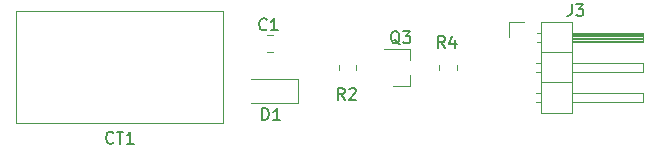
<source format=gbr>
%TF.GenerationSoftware,KiCad,Pcbnew,5.1.10-88a1d61d58~90~ubuntu21.04.1*%
%TF.CreationDate,2021-07-30T13:58:04+02:00*%
%TF.ProjectId,Detector_SMD_Simple,44657465-6374-46f7-925f-534d445f5369,rev?*%
%TF.SameCoordinates,Original*%
%TF.FileFunction,Legend,Top*%
%TF.FilePolarity,Positive*%
%FSLAX46Y46*%
G04 Gerber Fmt 4.6, Leading zero omitted, Abs format (unit mm)*
G04 Created by KiCad (PCBNEW 5.1.10-88a1d61d58~90~ubuntu21.04.1) date 2021-07-30 13:58:04*
%MOMM*%
%LPD*%
G01*
G04 APERTURE LIST*
%ADD10C,0.120000*%
%ADD11C,0.150000*%
G04 APERTURE END LIST*
D10*
%TO.C,R4*%
X96335000Y-49772936D02*
X96335000Y-50227064D01*
X94865000Y-49772936D02*
X94865000Y-50227064D01*
%TO.C,J3*%
X100730000Y-46190000D02*
X102000000Y-46190000D01*
X100730000Y-47460000D02*
X100730000Y-46190000D01*
X103042929Y-52920000D02*
X103440000Y-52920000D01*
X103042929Y-52160000D02*
X103440000Y-52160000D01*
X112100000Y-52920000D02*
X106100000Y-52920000D01*
X112100000Y-52160000D02*
X112100000Y-52920000D01*
X106100000Y-52160000D02*
X112100000Y-52160000D01*
X103440000Y-51270000D02*
X106100000Y-51270000D01*
X103042929Y-50380000D02*
X103440000Y-50380000D01*
X103042929Y-49620000D02*
X103440000Y-49620000D01*
X112100000Y-50380000D02*
X106100000Y-50380000D01*
X112100000Y-49620000D02*
X112100000Y-50380000D01*
X106100000Y-49620000D02*
X112100000Y-49620000D01*
X103440000Y-48730000D02*
X106100000Y-48730000D01*
X103110000Y-47840000D02*
X103440000Y-47840000D01*
X103110000Y-47080000D02*
X103440000Y-47080000D01*
X106100000Y-47740000D02*
X112100000Y-47740000D01*
X106100000Y-47620000D02*
X112100000Y-47620000D01*
X106100000Y-47500000D02*
X112100000Y-47500000D01*
X106100000Y-47380000D02*
X112100000Y-47380000D01*
X106100000Y-47260000D02*
X112100000Y-47260000D01*
X106100000Y-47140000D02*
X112100000Y-47140000D01*
X112100000Y-47840000D02*
X106100000Y-47840000D01*
X112100000Y-47080000D02*
X112100000Y-47840000D01*
X106100000Y-47080000D02*
X112100000Y-47080000D01*
X106100000Y-46130000D02*
X103440000Y-46130000D01*
X106100000Y-53870000D02*
X106100000Y-46130000D01*
X103440000Y-53870000D02*
X106100000Y-53870000D01*
X103440000Y-46130000D02*
X103440000Y-53870000D01*
%TO.C,CT1*%
X59050000Y-54750000D02*
X59050000Y-45250000D01*
X76550000Y-54750000D02*
X59050000Y-54750000D01*
X76550000Y-45250000D02*
X76550000Y-54750000D01*
X59050000Y-45250000D02*
X76550000Y-45250000D01*
%TO.C,R2*%
X87835000Y-49772936D02*
X87835000Y-50227064D01*
X86365000Y-49772936D02*
X86365000Y-50227064D01*
%TO.C,Q3*%
X92360000Y-51580000D02*
X92360000Y-50650000D01*
X92360000Y-48420000D02*
X92360000Y-49350000D01*
X92360000Y-48420000D02*
X90200000Y-48420000D01*
X92360000Y-51580000D02*
X90900000Y-51580000D01*
%TO.C,D1*%
X82850000Y-53000000D02*
X82850000Y-51000000D01*
X82850000Y-51000000D02*
X78950000Y-51000000D01*
X82850000Y-53000000D02*
X78950000Y-53000000D01*
%TO.C,C1*%
X80811252Y-48735000D02*
X80288748Y-48735000D01*
X80811252Y-47265000D02*
X80288748Y-47265000D01*
%TO.C,R4*%
D11*
X95333333Y-48352380D02*
X95000000Y-47876190D01*
X94761904Y-48352380D02*
X94761904Y-47352380D01*
X95142857Y-47352380D01*
X95238095Y-47400000D01*
X95285714Y-47447619D01*
X95333333Y-47542857D01*
X95333333Y-47685714D01*
X95285714Y-47780952D01*
X95238095Y-47828571D01*
X95142857Y-47876190D01*
X94761904Y-47876190D01*
X96190476Y-47685714D02*
X96190476Y-48352380D01*
X95952380Y-47304761D02*
X95714285Y-48019047D01*
X96333333Y-48019047D01*
%TO.C,J3*%
X106051666Y-44642380D02*
X106051666Y-45356666D01*
X106004047Y-45499523D01*
X105908809Y-45594761D01*
X105765952Y-45642380D01*
X105670714Y-45642380D01*
X106432619Y-44642380D02*
X107051666Y-44642380D01*
X106718333Y-45023333D01*
X106861190Y-45023333D01*
X106956428Y-45070952D01*
X107004047Y-45118571D01*
X107051666Y-45213809D01*
X107051666Y-45451904D01*
X107004047Y-45547142D01*
X106956428Y-45594761D01*
X106861190Y-45642380D01*
X106575476Y-45642380D01*
X106480238Y-45594761D01*
X106432619Y-45547142D01*
%TO.C,CT1*%
X67252380Y-56357142D02*
X67204761Y-56404761D01*
X67061904Y-56452380D01*
X66966666Y-56452380D01*
X66823809Y-56404761D01*
X66728571Y-56309523D01*
X66680952Y-56214285D01*
X66633333Y-56023809D01*
X66633333Y-55880952D01*
X66680952Y-55690476D01*
X66728571Y-55595238D01*
X66823809Y-55500000D01*
X66966666Y-55452380D01*
X67061904Y-55452380D01*
X67204761Y-55500000D01*
X67252380Y-55547619D01*
X67538095Y-55452380D02*
X68109523Y-55452380D01*
X67823809Y-56452380D02*
X67823809Y-55452380D01*
X68966666Y-56452380D02*
X68395238Y-56452380D01*
X68680952Y-56452380D02*
X68680952Y-55452380D01*
X68585714Y-55595238D01*
X68490476Y-55690476D01*
X68395238Y-55738095D01*
%TO.C,R2*%
X86833333Y-52752380D02*
X86500000Y-52276190D01*
X86261904Y-52752380D02*
X86261904Y-51752380D01*
X86642857Y-51752380D01*
X86738095Y-51800000D01*
X86785714Y-51847619D01*
X86833333Y-51942857D01*
X86833333Y-52085714D01*
X86785714Y-52180952D01*
X86738095Y-52228571D01*
X86642857Y-52276190D01*
X86261904Y-52276190D01*
X87214285Y-51847619D02*
X87261904Y-51800000D01*
X87357142Y-51752380D01*
X87595238Y-51752380D01*
X87690476Y-51800000D01*
X87738095Y-51847619D01*
X87785714Y-51942857D01*
X87785714Y-52038095D01*
X87738095Y-52180952D01*
X87166666Y-52752380D01*
X87785714Y-52752380D01*
%TO.C,Q3*%
X91504761Y-48047619D02*
X91409523Y-48000000D01*
X91314285Y-47904761D01*
X91171428Y-47761904D01*
X91076190Y-47714285D01*
X90980952Y-47714285D01*
X91028571Y-47952380D02*
X90933333Y-47904761D01*
X90838095Y-47809523D01*
X90790476Y-47619047D01*
X90790476Y-47285714D01*
X90838095Y-47095238D01*
X90933333Y-47000000D01*
X91028571Y-46952380D01*
X91219047Y-46952380D01*
X91314285Y-47000000D01*
X91409523Y-47095238D01*
X91457142Y-47285714D01*
X91457142Y-47619047D01*
X91409523Y-47809523D01*
X91314285Y-47904761D01*
X91219047Y-47952380D01*
X91028571Y-47952380D01*
X91790476Y-46952380D02*
X92409523Y-46952380D01*
X92076190Y-47333333D01*
X92219047Y-47333333D01*
X92314285Y-47380952D01*
X92361904Y-47428571D01*
X92409523Y-47523809D01*
X92409523Y-47761904D01*
X92361904Y-47857142D01*
X92314285Y-47904761D01*
X92219047Y-47952380D01*
X91933333Y-47952380D01*
X91838095Y-47904761D01*
X91790476Y-47857142D01*
%TO.C,D1*%
X79861904Y-54452380D02*
X79861904Y-53452380D01*
X80100000Y-53452380D01*
X80242857Y-53500000D01*
X80338095Y-53595238D01*
X80385714Y-53690476D01*
X80433333Y-53880952D01*
X80433333Y-54023809D01*
X80385714Y-54214285D01*
X80338095Y-54309523D01*
X80242857Y-54404761D01*
X80100000Y-54452380D01*
X79861904Y-54452380D01*
X81385714Y-54452380D02*
X80814285Y-54452380D01*
X81100000Y-54452380D02*
X81100000Y-53452380D01*
X81004761Y-53595238D01*
X80909523Y-53690476D01*
X80814285Y-53738095D01*
%TO.C,C1*%
X80233333Y-46757142D02*
X80185714Y-46804761D01*
X80042857Y-46852380D01*
X79947619Y-46852380D01*
X79804761Y-46804761D01*
X79709523Y-46709523D01*
X79661904Y-46614285D01*
X79614285Y-46423809D01*
X79614285Y-46280952D01*
X79661904Y-46090476D01*
X79709523Y-45995238D01*
X79804761Y-45900000D01*
X79947619Y-45852380D01*
X80042857Y-45852380D01*
X80185714Y-45900000D01*
X80233333Y-45947619D01*
X81185714Y-46852380D02*
X80614285Y-46852380D01*
X80900000Y-46852380D02*
X80900000Y-45852380D01*
X80804761Y-45995238D01*
X80709523Y-46090476D01*
X80614285Y-46138095D01*
%TD*%
M02*

</source>
